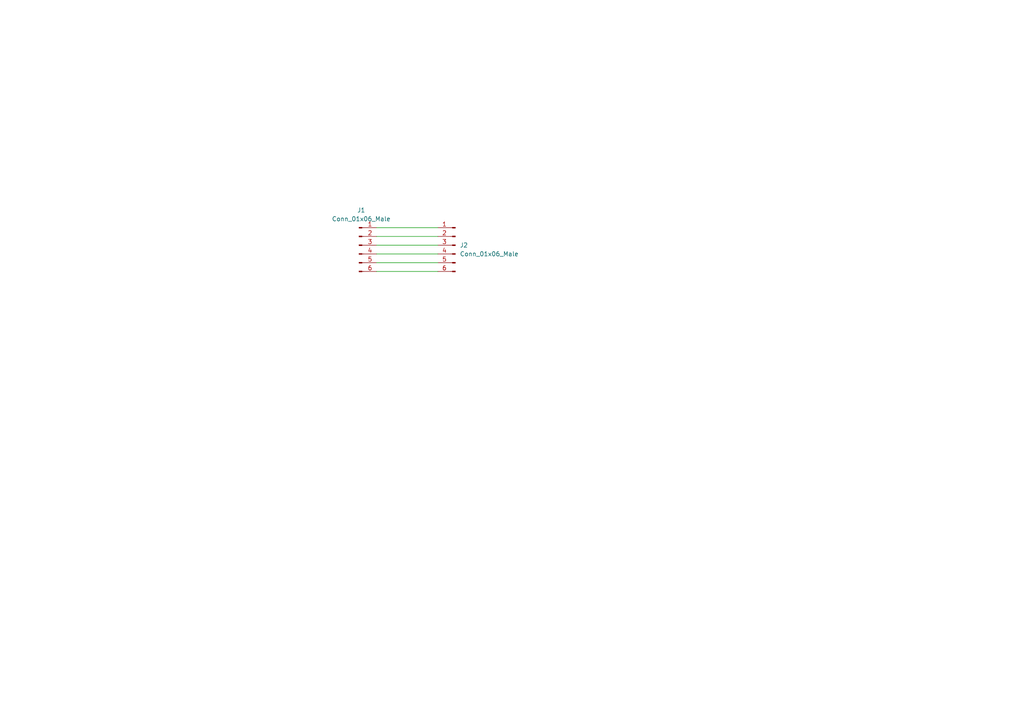
<source format=kicad_sch>
(kicad_sch (version 20211123) (generator eeschema)
  (paper "A4")
  (title_block (title "eClip function board 6 pin 100mil") (company "hackmeister.dk") (comment 1 "CC-BY-SA"))
  (lib_symbols
    (symbol "Connector:Conn_01x06_Male" (pin_names (offset 1.016) hide)
      (property "Reference" "J" (at 0 7.62 0))
      (property "Value" "Conn_01x06_Male" (at 0 -10.16 0))
      (symbol "Conn_01x06_Male_1_1"
        (polyline (pts (xy 1.27 -7.62) (xy 0.8636 -7.62)) (stroke (width 0.1524)))
        (polyline (pts (xy 1.27 -5.08) (xy 0.8636 -5.08)) (stroke (width 0.1524)))
        (polyline (pts (xy 1.27 -2.54) (xy 0.8636 -2.54)) (stroke (width 0.1524)))
        (polyline (pts (xy 1.27 0) (xy 0.8636 0)) (stroke (width 0.1524)))
        (polyline (pts (xy 1.27 2.54) (xy 0.8636 2.54)) (stroke (width 0.1524)))
        (polyline (pts (xy 1.27 5.08) (xy 0.8636 5.08)) (stroke (width 0.1524)))
        (rectangle (start 0.8636 -7.493) (end 0 -7.747) (stroke (width 0.1524)) (fill (type outline)))
        (rectangle (start 0.8636 -4.953) (end 0 -5.207) (stroke (width 0.1524)) (fill (type outline)))
        (rectangle (start 0.8636 -2.413) (end 0 -2.667) (stroke (width 0.1524)) (fill (type outline)))
        (rectangle (start 0.8636 0.127) (end 0 -0.127) (stroke (width 0.1524)) (fill (type outline)))
        (rectangle (start 0.8636 2.667) (end 0 2.413) (stroke (width 0.1524)) (fill (type outline)))
        (rectangle (start 0.8636 5.207) (end 0 4.953) (stroke (width 0.1524)) (fill (type outline)))
        (pin passive line (at 5.08 5.08 180) (length 3.81) (name "Pin_1") (number "1"))
        (pin passive line (at 5.08 2.54 180) (length 3.81) (name "Pin_2") (number "2"))
        (pin passive line (at 5.08 0 180) (length 3.81) (name "Pin_3") (number "3"))
        (pin passive line (at 5.08 -2.54 180) (length 3.81) (name "Pin_4") (number "4"))
        (pin passive line (at 5.08 -5.08 180) (length 3.81) (name "Pin_5") (number "5"))
        (pin passive line (at 5.08 -7.62 180) (length 3.81) (name "Pin_6") (number "6"))
      )
    )
  )
  (wire (pts (xy 109.22 68.58) (xy 127 68.58)))
  (wire (pts (xy 109.22 73.66) (xy 127 73.66)))
  (wire (pts (xy 109.22 71.12) (xy 127 71.12)))
  (wire (pts (xy 109.22 76.2) (xy 127 76.2)))
  (wire (pts (xy 109.22 66.04) (xy 127 66.04)))
  (wire (pts (xy 109.22 78.74) (xy 127 78.74)))
  (symbol (lib_id "Connector:Conn_01x06_Male") (at 104.14 71.12 0) (unit 1)
    (property "Reference" "J1" (at 104.775 60.96 0))
    (property "Value" "Conn_01x06_Male" (at 104.775 63.5 0))
  )
  (symbol (lib_id "Connector:Conn_01x06_Male") (at 132.08 71.12 0) (mirror y) (unit 1)
    (property "Reference" "J2" (at 133.35 71.1199 0) (effects (justify right)))
    (property "Value" "Conn_01x06_Male" (at 133.35 73.6599 0) (effects (justify right)))
  )
)
</source>
